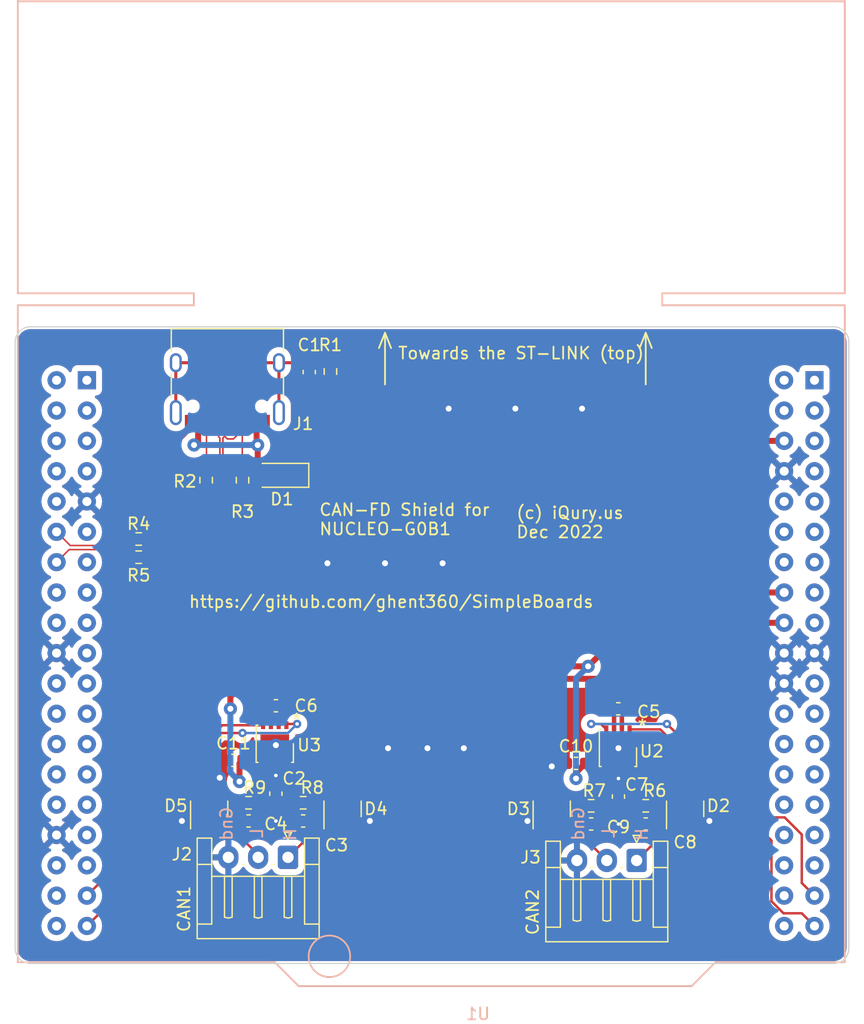
<source format=kicad_pcb>
(kicad_pcb (version 20221018) (generator pcbnew)
  (layers (0 "F.Cu" signal) (31 "B.Cu" signal) (34 "B.Paste" user) (35 "F.Paste" user) (36 "B.SilkS" user "B.Silkscreen") (37 "F.SilkS" user "F.Silkscreen") (38 "B.Mask" user) (39 "F.Mask" user) (44 "Edge.Cuts" user))
  (net 0 "")
  (net 1 "Net-(J1-SHIELD)")
  (net 2 "GND")
  (net 3 "Net-(C2-Pad1)")
  (net 4 "/CAN1_H")
  (net 5 "/CAN1_L")
  (net 6 "/5V")
  (net 7 "Net-(C7-Pad1)")
  (net 8 "/CAN2_H")
  (net 9 "/CAN2_L")
  (net 10 "/3.3V")
  (net 11 "/E5V")
  (net 12 "Net-(D1-A)")
  (net 17 "Net-(J1-CC1)")
  (net 18 "/D+")
  (net 19 "/D-")
  (net 21 "Net-(J1-CC2)")
  (net 23 "/USB_DP")
  (net 24 "/USB_DN")
  (net 35 "/SDWIO")
  (net 40 "/BTN")
  (net 42 "/RCC_I")
  (net 44 "/RCC_O")
  (net 46 "/CLK")
  (net 52 "/CAN2_RX")
  (net 54 "/CAN2_TX")
  (net 61 "/UART2_RX")
  (net 65 "/LED")
  (net 84 "/UART2_TX")
  (net 85 "/CAN1_RX")
  (net 87 "/CAN1_TX")
  (footprint "Package_TO_SOT_SMD:SOT-23" (layer "F.Cu") (at 68.326 103.886 90)
    (fp_text reference "D5" (at 0.254 -2.794 180) (layer "F.SilkS"))
    (fp_text value "MMBZ27VC")
    (pad "1" smd roundrect (at -0.9375 -0.95 90) (size 1.475 0.6) (layers "F.Cu" "F.Paste" "F.Mask") (net 2 "GND"))
    (pad "2" smd roundrect (at -0.9375 0.95 90) (size 1.475 0.6) (layers "F.Cu" "F.Paste" "F.Mask") (net 5 "/CAN1_L"))
    (pad "3" smd roundrect (at 0.9375 0 90) (size 1.475 0.6) (layers "F.Cu" "F.Paste" "F.Mask"))
  )
  (footprint "Capacitor_SMD:C_0603_1608Metric" (layer "F.Cu") (at 99.06 100.076)
    (fp_text reference "C10" (at 0 -1.43) (layer "F.SilkS"))
    (fp_text value "10nF")
    (pad "1" smd roundrect (at -0.775 0) (size 0.9 0.95) (layers "F.Cu" "F.Paste" "F.Mask") (net 2 "GND"))
    (pad "2" smd roundrect (at 0.775 0) (size 0.9 0.95) (layers "F.Cu" "F.Paste" "F.Mask") (net 10 "/3.3V"))
  )
  (footprint "Package_TO_SOT_SMD:SOT-23" (layer "F.Cu") (at 97.028 103.886 90)
    (fp_text reference "D3" (at 0 -2.794 180) (layer "F.SilkS"))
    (fp_text value "MMBZ27VC")
    (pad "1" smd roundrect (at -0.9375 -0.95 90) (size 1.475 0.6) (layers "F.Cu" "F.Paste" "F.Mask") (net 2 "GND"))
    (pad "2" smd roundrect (at -0.9375 0.95 90) (size 1.475 0.6) (layers "F.Cu" "F.Paste" "F.Mask") (net 9 "/CAN2_L"))
    (pad "3" smd roundrect (at 0.9375 0 90) (size 1.475 0.6) (layers "F.Cu" "F.Paste" "F.Mask"))
  )
  (footprint "Resistor_SMD:R_0603_1608Metric" (layer "F.Cu") (at 104.902 103.632 180)
    (fp_text reference "R6" (at -0.762 1.27) (layer "F.SilkS"))
    (fp_text value "60.4")
    (pad "1" smd roundrect (at -0.825 0 180) (size 0.8 0.95) (layers "F.Cu" "F.Paste" "F.Mask") (net 8 "/CAN2_H"))
    (pad "2" smd roundrect (at 0.825 0 180) (size 0.8 0.95) (layers "F.Cu" "F.Paste" "F.Mask") (net 7 "Net-(C7-Pad1)"))
  )
  (footprint "Capacitor_SMD:C_0603_1608Metric" (layer "F.Cu") (at 73.914 95.25)
    (fp_text reference "C6" (at 2.54 0) (layer "F.SilkS"))
    (fp_text value "100nF")
    (pad "1" smd roundrect (at -0.775 0) (size 0.9 0.95) (layers "F.Cu" "F.Paste" "F.Mask") (net 6 "/5V"))
    (pad "2" smd roundrect (at 0.775 0) (size 0.9 0.95) (layers "F.Cu" "F.Paste" "F.Mask") (net 2 "GND"))
  )
  (footprint "Connector_USB:USB_C_Receptacle_HRO_TYPE-C-31-M-12" (layer "F.Cu") (at 69.85 67.564 180)
    (fp_text reference "J1" (at -6.35 -4.064) (layer "F.SilkS"))
    (fp_text value "USB_C_Receptacle_USB2.0")
    (pad "" np_thru_hole circle (at -2.89 -2.6 180) (size 0.65 0.65) (drill 0.65) (layers *.Cu *.Mask))
    (pad "" np_thru_hole circle (at 2.89 -2.6 180) (size 0.65 0.65) (drill 0.65) (layers *.Cu *.Mask))
    (pad "A1" smd rect (at -3.25 -4.045 180) (size 0.6 1.45) (layers "F.Cu" "F.Paste" "F.Mask") (net 2 "GND"))
    (pad "A4" smd rect (at -2.45 -4.045 180) (size 0.6 1.45) (layers "F.Cu" "F.Paste" "F.Mask") (net 12 "Net-(D1-A)"))
    (pad "A5" smd rect (at -1.25 -4.045 180) (size 0.3 1.45) (layers "F.Cu" "F.Paste" "F.Mask") (net 17 "Net-(J1-CC1)"))
    (pad "A6" smd rect (at -0.25 -4.045 180) (size 0.3 1.45) (layers "F.Cu" "F.Paste" "F.Mask") (net 18 "/D+"))
    (pad "A7" smd rect (at 0.25 -4.045 180) (size 0.3 1.45) (layers "F.Cu" "F.Paste" "F.Mask") (net 19 "/D-"))
    (pad "A8" smd rect (at 1.25 -4.045 180) (size 0.3 1.45) (layers "F.Cu" "F.Paste" "F.Mask"))
    (pad "A9" smd rect (at 2.45 -4.045 180) (size 0.6 1.45) (layers "F.Cu" "F.Paste" "F.Mask") (net 12 "Net-(D1-A)"))
    (pad "A12" smd rect (at 3.25 -4.045 180) (size 0.6 1.45) (layers "F.Cu" "F.Paste" "F.Mask") (net 2 "GND"))
    (pad "B1" smd rect (at 3.25 -4.045 180) (size 0.6 1.45) (layers "F.Cu" "F.Paste" "F.Mask") (net 2 "GND"))
    (pad "B4" smd rect (at 2.45 -4.045 180) (size 0.6 1.45) (layers "F.Cu" "F.Paste" "F.Mask") (net 12 "Net-(D1-A)"))
    (pad "B5" smd rect (at 1.75 -4.045 180) (size 0.3 1.45) (layers "F.Cu" "F.Paste" "F.Mask") (net 21 "Net-(J1-CC2)"))
    (pad "B6" smd rect (at 0.75 -4.045 180) (size 0.3 1.45) (layers "F.Cu" "F.Paste" "F.Mask") (net 18 "/D+"))
    (pad "B7" smd rect (at -0.75 -4.045 180) (size 0.3 1.45) (layers "F.Cu" "F.Paste" "F.Mask") (net 19 "/D-"))
    (pad "B8" smd rect (at -1.75 -4.045 180) (size 0.3 1.45) (layers "F.Cu" "F.Paste" "F.Mask"))
    (pad "B9" smd rect (at -2.45 -4.045 180) (size 0.6 1.45) (layers "F.Cu" "F.Paste" "F.Mask") (net 12 "Net-(D1-A)"))
    (pad "B12" smd rect (at -3.25 -4.045 180) (size 0.6 1.45) (layers "F.Cu" "F.Paste" "F.Mask") (net 2 "GND"))
    (pad "S1" thru_hole oval (at -4.32 -3.13 180) (size 1 2.1) (drill oval 0.6 1.7) (layers *.Cu *.Mask) (net 1 "Net-(J1-SHIELD)"))
    (pad "S1" thru_hole oval (at -4.32 1.05 180) (size 1 1.6) (drill oval 0.6 1.2) (layers *.Cu *.Mask) (net 1 "Net-(J1-SHIELD)"))
    (pad "S1" thru_hole oval (at 4.32 -3.13 180) (size 1 2.1) (drill oval 0.6 1.7) (layers *.Cu *.Mask) (net 1 "Net-(J1-SHIELD)"))
    (pad "S1" thru_hole oval (at 4.32 1.05 180) (size 1 1.6) (drill oval 0.6 1.2) (layers *.Cu *.Mask) (net 1 "Net-(J1-SHIELD)"))
  )
  (footprint "Package_TO_SOT_SMD:SOT-23" (layer "F.Cu") (at 79.502 103.886 90)
    (fp_text reference "D4" (at 0 2.794 180) (layer "F.SilkS"))
    (fp_text value "MMBZ27VC")
    (pad "1" smd roundrect (at -0.9375 -0.95 90) (size 1.475 0.6) (layers "F.Cu" "F.Paste" "F.Mask") (net 4 "/CAN1_H"))
    (pad "2" smd roundrect (at -0.9375 0.95 90) (size 1.475 0.6) (layers "F.Cu" "F.Paste" "F.Mask") (net 2 "GND"))
    (pad "3" smd roundrect (at 0.9375 0 90) (size 1.475 0.6) (layers "F.Cu" "F.Paste" "F.Mask"))
  )
  (footprint "Package_DFN_QFN:DFN-8-1EP_3x3mm_P0.65mm_EP1.55x2.4mm" (layer "F.Cu") (at 102.575 98.78 -90)
    (fp_text reference "U2" (at 0.28 -2.835 -180) (layer "F.SilkS"))
    (fp_text value "TJA1051TK-3")
    (pad "1" smd rect (at -1.55 -0.975 270) (size 0.65 0.35) (layers "F.Cu" "F.Paste" "F.Mask") (net 54 "/CAN2_TX"))
    (pad "2" smd rect (at -1.55 -0.325 270) (size 0.65 0.35) (layers "F.Cu" "F.Paste" "F.Mask") (net 2 "GND"))
    (pad "3" smd rect (at -1.55 0.325 270) (size 0.65 0.35) (layers "F.Cu" "F.Paste" "F.Mask") (net 6 "/5V"))
    (pad "4" smd rect (at -1.55 0.975 270) (size 0.65 0.35) (layers "F.Cu" "F.Paste" "F.Mask") (net 52 "/CAN2_RX"))
    (pad "5" smd rect (at 1.55 0.975 270) (size 0.65 0.35) (layers "F.Cu" "F.Paste" "F.Mask") (net 10 "/3.3V"))
    (pad "6" smd rect (at 1.55 0.325 270) (size 0.65 0.35) (layers "F.Cu" "F.Paste" "F.Mask") (net 9 "/CAN2_L"))
    (pad "7" smd rect (at 1.55 -0.325 270) (size 0.65 0.35) (layers "F.Cu" "F.Paste" "F.Mask") (net 8 "/CAN2_H"))
    (pad "8" smd rect (at 1.55 -0.975 270) (size 0.65 0.35) (layers "F.Cu" "F.Paste" "F.Mask") (net 2 "GND"))
    (pad "9" smd rect (at 0 0 270) (size 1.55 2.4) (layers "F.Cu" "F.Mask") (net 2 "GND"))
  )
  (footprint "Resistor_SMD:R_0603_1608Metric" (layer "F.Cu") (at 62.421 81.28 180)
    (fp_text reference "R4" (at 0 1.27) (layer "F.SilkS"))
    (fp_text value "22")
    (pad "1" smd roundrect (at -0.825 0 180) (size 0.8 0.95) (layers "F.Cu" "F.Paste" "F.Mask") (net 18 "/D+"))
    (pad "2" smd roundrect (at 0.825 0 180) (size 0.8 0.95) (layers "F.Cu" "F.Paste" "F.Mask") (net 23 "/USB_DP"))
  )
  (footprint "Resistor_SMD:R_0603_1608Metric" (layer "F.Cu") (at 100.33 103.632 180)
    (fp_text reference "R7" (at -0.254 1.27) (layer "F.SilkS"))
    (fp_text value "60.4")
    (pad "1" smd roundrect (at -0.825 0 180) (size 0.8 0.95) (layers "F.Cu" "F.Paste" "F.Mask") (net 7 "Net-(C7-Pad1)"))
    (pad "2" smd roundrect (at 0.825 0 180) (size 0.8 0.95) (layers "F.Cu" "F.Paste" "F.Mask") (net 9 "/CAN2_L"))
  )
  (footprint "Capacitor_SMD:C_0603_1608Metric" (layer "F.Cu") (at 102.603 95.504)
    (fp_text reference "C5" (at 2.553 0.254) (layer "F.SilkS"))
    (fp_text value "100nF")
    (pad "1" smd roundrect (at -0.775 0) (size 0.9 0.95) (layers "F.Cu" "F.Paste" "F.Mask") (net 6 "/5V"))
    (pad "2" smd roundrect (at 0.775 0) (size 0.9 0.95) (layers "F.Cu" "F.Paste" "F.Mask") (net 2 "GND"))
  )
  (footprint "Package_TO_SOT_SMD:SOT-23" (layer "F.Cu") (at 108.204 103.886 90)
    (fp_text reference "D2" (at 0.254 2.794 180) (layer "F.SilkS"))
    (fp_text value "MMBZ27VC")
    (pad "1" smd roundrect (at -0.9375 -0.95 90) (size 1.475 0.6) (layers "F.Cu" "F.Paste" "F.Mask") (net 8 "/CAN2_H"))
    (pad "2" smd roundrect (at -0.9375 0.95 90) (size 1.475 0.6) (layers "F.Cu" "F.Paste" "F.Mask") (net 2 "GND"))
    (pad "3" smd roundrect (at 0.9375 0 90) (size 1.475 0.6) (layers "F.Cu" "F.Paste" "F.Mask"))
  )
  (footprint "Connector_JST:JST_EH_S3B-EH_1x03_P2.50mm_Horizontal" (layer "F.Cu") (at 74.93 107.95 180)
    (fp_text reference "J2" (at 8.89 0.254) (layer "F.SilkS"))
    (fp_text value "CAN1")
    (pad "1" thru_hole roundrect (at 0 0 180) (size 1.7 1.95) (drill 0.95) (layers *.Cu *.Mask) (roundrect_rratio 0.1470588235) (net 4 "/CAN1_H"))
    (pad "2" thru_hole oval (at 2.5 0 180) (size 1.7 1.95) (drill 0.95) (layers *.Cu *.Mask) (net 5 "/CAN1_L"))
    (pad "3" thru_hole oval (at 5 0 180) (size 1.7 1.95) (drill 0.95) (layers *.Cu *.Mask) (net 2 "GND"))
  )
  (footprint "Resistor_SMD:R_0603_1608Metric" (layer "F.Cu") (at 71.12 76.354 90)
    (fp_text reference "R3" (at -2.64 0 180) (layer "F.SilkS"))
    (fp_text value "5.1k")
    (pad "1" smd roundrect (at -0.825 0 90) (size 0.8 0.95) (layers "F.Cu" "F.Paste" "F.Mask") (net 2 "GND"))
    (pad "2" smd roundrect (at 0.825 0 90) (size 0.8 0.95) (layers "F.Cu" "F.Paste" "F.Mask") (net 17 "Net-(J1-CC1)"))
  )
  (footprint "Capacitor_SMD:C_0603_1608Metric" (layer "F.Cu") (at 76.2 104.902 180)
    (fp_text reference "C3" (at -2.794 -2.032) (layer "F.SilkS"))
    (fp_text value "47pF")
    (pad "1" smd roundrect (at -0.775 0 180) (size 0.9 0.95) (layers "F.Cu" "F.Paste" "F.Mask") (net 4 "/CAN1_H"))
    (pad "2" smd roundrect (at 0.775 0 180) (size 0.9 0.95) (layers "F.Cu" "F.Paste" "F.Mask") (net 2 "GND"))
  )
  (footprint "Resistor_SMD:R_0603_1608Metric" (layer "F.Cu") (at 68.072 76.354 90)
    (fp_text reference "R2" (at -0.1 -1.778 180) (layer "F.SilkS"))
    (fp_text value "5.1k")
    (pad "1" smd roundrect (at -0.825 0 90) (size 0.8 0.95) (layers "F.Cu" "F.Paste" "F.Mask") (net 2 "GND"))
    (pad "2" smd roundrect (at 0.825 0 90) (size 0.8 0.95) (layers "F.Cu" "F.Paste" "F.Mask") (net 21 "Net-(J1-CC2)"))
  )
  (footprint "Capacitor_SMD:C_0603_1608Metric" (layer "F.Cu") (at 102.616 102.857 90)
    (fp_text reference "C7" (at 1.003 1.524 180) (layer "F.SilkS"))
    (fp_text value "4700pF")
    (pad "1" smd roundrect (at -0.775 0 90) (size 0.9 0.95) (layers "F.Cu" "F.Paste" "F.Mask") (net 7 "Net-(C7-Pad1)"))
    (pad "2" smd roundrect (at 0.775 0 90) (size 0.9 0.95) (layers "F.Cu" "F.Paste" "F.Mask") (net 2 "GND"))
  )
  (footprint "Capacitor_SMD:C_0603_1608Metric" (layer "F.Cu") (at 73.914 102.616 90)
    (fp_text reference "C2" (at 1.27 1.524 180) (layer "F.SilkS"))
    (fp_text value "4700pF")
    (pad "1" smd roundrect (at -0.775 0 90) (size 0.9 0.95) (layers "F.Cu" "F.Paste" "F.Mask") (net 3 "Net-(C2-Pad1)"))
    (pad "2" smd roundrect (at 0.775 0 90) (size 0.9 0.95) (layers "F.Cu" "F.Paste" "F.Mask") (net 2 "GND"))
  )
  (footprint "Resistor_SMD:R_0603_1608Metric" (layer "F.Cu") (at 76.2 103.378 180)
    (fp_text reference "R8" (at -0.762 1.27) (layer "F.SilkS"))
    (fp_text value "60.4")
    (pad "1" smd roundrect (at -0.825 0 180) (size 0.8 0.95) (layers "F.Cu" "F.Paste" "F.Mask") (net 4 "/CAN1_H"))
    (pad "2" smd roundrect (at 0.825 0 180) (size 0.8 0.95) (layers "F.Cu" "F.Paste" "F.Mask") (net 3 "Net-(C2-Pad1)"))
  )
  (footprint "Capacitor_SMD:C_0603_1608Metric" (layer "F.Cu") (at 100.33 105.156 180)
    (fp_text reference "C9" (at -2.286 -0.254) (layer "F.SilkS"))
    (fp_text value "47pF")
    (pad "1" smd roundrect (at -0.775 0 180) (size 0.9 0.95) (layers "F.Cu" "F.Paste" "F.Mask") (net 2 "GND"))
    (pad "2" smd roundrect (at 0.775 0 180) (size 0.9 0.95) (layers "F.Cu" "F.Paste" "F.Mask") (net 9 "/CAN2_L"))
  )
  (footprint "Resistor_SMD:R_0603_1608Metric" (layer "F.Cu") (at 71.628 103.378 180)
    (fp_text reference "R9" (at -0.508 1.27) (layer "F.SilkS"))
    (fp_text value "60.4")
    (pad "1" smd roundrect (at -0.825 0 180) (size 0.8 0.95) (layers "F.Cu" "F.Paste" "F.Mask") (net 3 "Net-(C2-Pad1)"))
    (pad "2" smd roundrect (at 0.825 0 180) (size 0.8 0.95) (layers "F.Cu" "F.Paste" "F.Mask") (net 5 "/CAN1_L"))
  )
  (footprint "Resistor_SMD:R_0603_1608Metric" (layer "F.Cu") (at 62.421 82.804 180)
    (fp_text reference "R5" (at 0 -1.524) (layer "F.SilkS"))
    (fp_text value "22")
    (pad "1" smd roundrect (at -0.825 0 180) (size 0.8 0.95) (layers "F.Cu" "F.Paste" "F.Mask") (net 19 "/D-"))
    (pad "2" smd roundrect (at 0.825 0 180) (size 0.8 0.95) (layers "F.Cu" "F.Paste" "F.Mask") (net 24 "/USB_DN"))
  )
  (footprint "Connector_JST:JST_EH_S3B-EH_1x03_P2.50mm_Horizontal" (layer "F.Cu") (at 104.14 108.2115 180)
    (fp_text reference "J3" (at 8.89 0.2615) (layer "F.SilkS"))
    (fp_text value "CAN2")
    (pad "1" thru_hole roundrect (at 0 0 180) (size 1.7 1.95) (drill 0.95) (layers *.Cu *.Mask) (roundrect_rratio 0.1470588235) (net 8 "/CAN2_H"))
    (pad "2" thru_hole oval (at 2.5 0 180) (size 1.7 1.95) (drill 0.95) (layers *.Cu *.Mask) (net 9 "/CAN2_L"))
    (pad "3" thru_hole oval (at 5 0 180) (size 1.7 1.95) (drill 0.95) (layers *.Cu *.Mask) (net 2 "GND"))
  )
  (footprint "Capacitor_SMD:C_0603_1608Metric" (layer "F.Cu") (at 76.708 67.297 -90)
    (fp_text reference "C1" (at -2.273 0 -180) (layer "F.SilkS"))
    (fp_text value "100nF")
    (pad "1" smd roundrect (at -0.775 0 270) (size 0.9 0.95) (layers "F.Cu" "F.Paste" "F.Mask") (net 1 "Net-(J1-SHIELD)"))
    (pad "2" smd roundrect (at 0.775 0 270) (size 0.9 0.95) (layers "F.Cu" "F.Paste" "F.Mask") (net 2 "GND"))
  )
  (footprint "Package_DFN_QFN:DFN-8-1EP_3x3mm_P0.65mm_EP1.55x2.4mm" (layer "F.Cu") (at 73.822 98.4315 -90)
    (fp_text reference "U3" (at 0.1205 -2.886 -180) (layer "F.SilkS"))
    (fp_text value "TJA1051TK-3")
    (pad "1" smd rect (at -1.55 -0.975 270) (size 0.65 0.35) (layers "F.Cu" "F.Paste" "F.Mask") (net 87 "/CAN1_TX"))
    (pad "2" smd rect (at -1.55 -0.325 270) (size 0.65 0.35) (layers "F.Cu" "F.Paste" "F.Mask") (net 2 "GND"))
    (pad "3" smd rect (at -1.55 0.325 270) (size 0.65 0.35) (layers "F.Cu" "F.Paste" "F.Mask") (net 6 "/5V"))
    (pad "4" smd rect (at -1.55 0.975 270) (size 0.65 0.35) (layers "F.Cu" "F.Paste" "F.Mask") (net 85 "/CAN1_RX"))
    (pad "5" smd rect (at 1.55 0.975 270) (size 0.65 0.35) (layers "F.Cu" "F.Paste" "F.Mask") (net 10 "/3.3V"))
    (pad "6" smd rect (at 1.55 0.325 270) (size 0.65 0.35) (layers "F.Cu" "F.Paste" "F.Mask") (net 5 "/CAN1_L"))
    (pad "7" smd rect (at 1.55 -0.325 270) (size 0.65 0.35) (layers "F.Cu" "F.Paste" "F.Mask") (net 4 "/CAN1_H"))
    (pad "8" smd rect (at 1.55 -0.975 270) (size 0.65 0.35) (layers "F.Cu" "F.Paste" "F.Mask") (net 2 "GND"))
    (pad "9" smd rect (at 0 0 270) (size 1.55 2.4) (layers "F.Cu" "F.Mask") (net 2 "GND"))
  )
  (footprint "Diode_SMD:D_SOD-123" (layer "F.Cu") (at 74.422 75.946 180)
    (fp_text reference "D1" (at 0 -2) (layer "F.SilkS"))
    (fp_text value "B5819W")
    (pad "1" smd rect (at -1.65 0 180) (size 0.9 1.2) (layers "F.Cu" "F.Paste" "F.Mask") (net 11 "/E5V"))
    (pad "2" smd rect (at 1.65 0 180) (size 0.9 1.2) (layers "F.Cu" "F.Paste" "F.Mask") (net 12 "Net-(D1-A)"))
  )
  (footprint "Resistor_SMD:R_0603_1608Metric" (layer "F.Cu") (at 78.486 67.247 -90)
    (fp_text reference "R1" (at -2.223 0 -180) (layer "F.SilkS"))
    (fp_text value "100k")
    (pad "1" smd roundrect (at -0.825 0 270) (size 0.8 0.95) (layers "F.Cu" "F.Paste" "F.Mask") (net 1 "Net-(J1-SHIELD)"))
    (pad "2" smd roundrect (at 0.825 0 270) (size 0.8 0.95) (layers "F.Cu" "F.Paste" "F.Mask") (net 2 "GND"))
  )
  (footprint "Capacitor_SMD:C_0603_1608Metric" (layer "F.Cu") (at 70.358 99.822)
    (fp_text reference "C11" (at 0 -1.43) (layer "F.SilkS"))
    (fp_text value "10nF")
    (pad "1" smd roundrect (at -0.775 0) (size 0.9 0.95) (layers "F.Cu" "F.Paste" "F.Mask") (net 2 "GND"))
    (pad "2" smd roundrect (at 0.775 0) (size 0.9 0.95) (layers "F.Cu" "F.Paste" "F.Mask") (net 10 "/3.3V"))
  )
  (footprint "Capacitor_SMD:C_0603_1608Metric" (layer "F.Cu") (at 104.902 105.156 180)
    (fp_text reference "C8" (at -3.302 -1.524) (layer "F.SilkS"))
    (fp_text value "47pF")
    (pad "1" smd roundrect (at -0.775 0 180) (size 0.9 0.95) (layers "F.Cu" "F.Paste" "F.Mask") (net 8 "/CAN2_H"))
    (pad "2" smd roundrect (at 0.775 0 180) (size 0.9 0.95) (layers "F.Cu" "F.Paste" "F.Mask") (net 2 "GND"))
  )
  (footprint "Capacitor_SMD:C_0603_1608Metric" (layer "F.Cu") (at 71.628 104.902 180)
    (fp_text reference "C4" (at -2.286 -0.254) (layer "F.SilkS"))
    (fp_text value "47pF")
    (pad "1" smd roundrect (at -0.775 0 180) (size 0.9 0.95) (layers "F.Cu" "F.Paste" "F.Mask") (net 2 "GND"))
    (pad "2" smd roundrect (at 0.775 0 180) (size 0.9 0.95) (layers "F.Cu" "F.Paste" "F.Mask") (net 5 "/CAN1_L"))
  )
  (footprint "Nucleo-64:Nucleo-64" (layer "B.Cu") (at 119.04 113.7 180)
    (fp_text reference "U1" (at 28.194 -7.366) (layer "B.SilkS") (effects (justify mirror)))
    (fp_text value "Nucleo-64-G0B1")
    (pad "1" thru_hole rect (at 0 45.72 180) (size 1.524 1.524) (drill 0.762) (layers *.Cu *.Mask))
    (pad "2" thru_hole circle (at 2.54 45.72 180) (size 1.524 1.524) (drill 0.762) (layers *.Cu *.Mask))
    (pad "3" thru_hole circle (at 0 43.18 180) (size 1.524 1.524) (drill 0.762) (layers *.Cu *.Mask))
    (pad "4" thru_hole circle (at 2.54 43.18 180) (size 1.524 1.524) (drill 0.762) (layers *.Cu *.Mask))
    (pad "5" thru_hole circle (at 0 40.64 180) (size 1.524 1.524) (drill 0.762) (layers *.Cu *.Mask))
    (pad "6" thru_hole circle (at 2.54 40.64 180) (size 1.524 1.524) (drill 0.762) (layers *.Cu *.Mask) (net 11 "/E5V"))
    (pad "7" thru_hole circle (at 0 38.1 180) (size 1.524 1.524) (drill 0.762) (layers *.Cu *.Mask))
    (pad "8" thru_hole circle (at 2.54 38.1 180) (size 1.524 1.524) (drill 0.762) (layers *.Cu *.Mask) (net 2 "GND"))
    (pad "9" thru_hole circle (at 0 35.56 180) (size 1.524 1.524) (drill 0.762) (layers *.Cu *.Mask))
    (pad "10" thru_hole circle (at 2.54 35.56 180) (size 1.524 1.524) (drill 0.762) (layers *.Cu *.Mask))
    (pad "11" thru_hole circle (at 0 33.02 180) (size 1.524 1.524) (drill 0.762) (layers *.Cu *.Mask))
    (pad "12" thru_hole circle (at 2.54 33.02 180) (size 1.524 1.524) (drill 0.762) (layers *.Cu *.Mask))
    (pad "13" thru_hole circle (at 0 30.48 180) (size 1.524 1.524) (drill 0.762) (layers *.Cu *.Mask) (net 35 "/SDWIO"))
    (pad "14" thru_hole circle (at 2.54 30.48 180) (size 1.524 1.524) (drill 0.762) (layers *.Cu *.Mask))
    (pad "15" thru_hole circle (at 0 27.94 180) (size 1.524 1.524) (drill 0.762) (layers *.Cu *.Mask))
    (pad "16" thru_hole circle (at 2.54 27.94 180) (size 1.524 1.524) (drill 0.762) (layers *.Cu *.Mask) (net 10 "/3.3V"))
    (pad "17" thru_hole circle (at 0 25.4 180) (size 1.524 1.524) (drill 0.762) (layers *.Cu *.Mask))
    (pad "18" thru_hole circle (at 2.54 25.4 180) (size 1.524 1.524) (drill 0.762) (layers *.Cu *.Mask) (net 6 "/5V"))
    (pad "19" thru_hole circle (at 0 22.86 180) (size 1.524 1.524) (drill 0.762) (layers *.Cu *.Mask) (net 2 "GND"))
    (pad "20" thru_hole circle (at 2.54 22.86 180) (size 1.524 1.524) (drill 0.762) (layers *.Cu *.Mask) (net 2 "GND"))
    (pad "21" thru_hole circle (at 0 20.32 180) (size 1.524 1.524) (drill 0.762) (layers *.Cu *.Mask))
    (pad "22" thru_hole circle (at 2.54 20.32 180) (size 1.524 1.524) (drill 0.762) (layers *.Cu *.Mask) (net 2 "GND"))
    (pad "23" thru_hole circle (at 0 17.78 180) (size 1.524 1.524) (drill 0.762) (layers *.Cu *.Mask) (net 40 "/BTN"))
    (pad "24" thru_hole circle (at 2.54 17.78 180) (size 1.524 1.524) (drill 0.762) (layers *.Cu *.Mask))
    (pad "25" thru_hole circle (at 0 15.24 180) (size 1.524 1.524) (drill 0.762) (layers *.Cu *.Mask) (net 42 "/RCC_I"))
    (pad "26" thru_hole circle (at 2.54 15.24 180) (size 1.524 1.524) (drill 0.762) (layers *.Cu *.Mask))
    (pad "27" thru_hole circle (at 0 12.7 180) (size 1.524 1.524) (drill 0.762) (layers *.Cu *.Mask) (net 44 "/RCC_O"))
    (pad "28" thru_hole circle (at 2.54 12.7 180) (size 1.524 1.524) (drill 0.762) (layers *.Cu *.Mask))
    (pad "29" thru_hole circle (at 0 10.16 180) (size 1.524 1.524) (drill 0.762) (layers *.Cu *.Mask) (net 46 "/CLK"))
    (pad "30" thru_hole circle (at 2.54 10.16 180) (size 1.524 1.524) (drill 0.762) (layers *.Cu *.Mask))
    (pad "31" thru_hole circle (at 0 7.62 180) (size 1.524 1.524) (drill 0.762) (layers *.Cu *.Mask))
    (pad "32" thru_hole circle (at 2.54 7.62 180) (size 1.524 1.524) (drill 0.762) (layers *.Cu *.Mask))
    (pad "33" thru_hole circle (at 0 5.08 180) (size 1.524 1.524) (drill 0.762) (layers *.Cu *.Mask))
    (pad "34" thru_hole circle (at 2.54 5.08 180) (size 1.524 1.524) (drill 0.762) (layers *.Cu *.Mask))
    (pad "35" thru_hole circle (at 0 2.54 180) (size 1.524 1.524) (drill 0.762) (layers *.Cu *.Mask) (net 52 "/CAN2_RX"))
    (pad "36" thru_hole circle (at 2.54 2.54 180) (size 1.524 1.524) (drill 0.762) (layers *.Cu *.Mask))
    (pad "37" thru_hole circle (at 0 0 180) (size 1.524 1.524) (drill 0.762) (layers *.Cu *.Mask) (net 54 "/CAN2_TX"))
    (pad "38" thru_hole circle (at 2.54 0 180) (size 1.524 1.524) (drill 0.762) (layers *.Cu *.Mask))
    (pad "39" thru_hole rect (at 60.96 45.72 180) (size 1.524 1.524) (drill 0.762) (layers *.Cu *.Mask))
    (pad "40" thru_hole circle (at 63.5 45.72 180) (size 1.524 1.524) (drill 0.762) (layers *.Cu *.Mask))
    (pad "41" thru_hole circle (at 60.96 43.18 180) (size 1.524 1.524) (drill 0.762) (layers *.Cu *.Mask))
    (pad "42" thru_hole circle (at 63.5 43.18 180) (size 1.524 1.524) (drill 0.762) (layers *.Cu *.Mask))
    (pad "43" thru_hole circle (at 60.96 40.64 180) (size 1.524 1.524) (drill 0.762) (layers *.Cu *.Mask))
    (pad "44" thru_hole circle (at 63.5 40.64 180) (size 1.524 1.524) (drill 0.762) (layers *.Cu *.Mask) (net 61 "/UART2_RX"))
    (pad "45" thru_hole circle (at 60.96 38.1 180) (size 1.524 1.524) (drill 0.762) (layers *.Cu *.Mask))
    (pad "46" thru_hole circle (at 63.5 38.1 180) (size 1.524 1.524) (drill 0.762) (layers *.Cu *.Mask))
    (pad "47" thru_hole circle (at 60.96 35.56 180) (size 1.524 1.524) (drill 0.762) (layers *.Cu *.Mask) (net 2 "GND"))
    (pad "48" thru_hole circle (at 63.5 35.56 180) (size 1.524 1.524) (drill 0.762) (layers *.Cu *.Mask))
    (pad "49" thru_hole circle (at 60.96 33.02 180) (size 1.524 1.524) (drill 0.762) (layers *.Cu *.Mask) (net 65 "/LED"))
    (pad "50" thru_hole circle (at 63.5 33.02 180) (size 1.524 1.524) (drill 0.762) (layers *.Cu *.Mask) (net 23 "/USB_DP"))
    (pad "51" thru_hole circle (at 60.96 30.48 180) (size 1.524 1.524) (drill 0.762) (layers *.Cu *.Mask))
    (pad "52" thru_hole circle (at 63.5 30.48 180) (size 1.524 1.524) (drill 0.762) (layers *.Cu *.Mask) (net 24 "/USB_DN"))
    (pad "53" thru_hole circle (at 60.96 27.94 180) (size 1.524 1.524) (drill 0.762) (layers *.Cu *.Mask))
    (pad "54" thru_hole circle (at 63.5 27.94 180) (size 1.524 1.524) (drill 0.762) (layers *.Cu *.Mask))
    (pad "55" thru_hole circle (at 60.96 25.4 180) (size 1.524 1.524) (drill 0.762) (layers *.Cu *.Mask))
    (pad "56" thru_hole circle (at 63.5 25.4 180) (size 1.524 1.524) (drill 0.762) (layers *.Cu *.Mask))
    (pad "57" thru_hole circle (at 60.96 22.86 180) (size 1.524 1.524) (drill 0.762) (layers *.Cu *.Mask))
    (pad "58" thru_hole circle (at 63.5 22.86 180) (size 1.524 1.524) (drill 0.762) (layers *.Cu *.Mask) (net 2 "GND"))
    (pad "59" thru_hole circle (at 60.96 20.32 180) (size 1.524 1.524) (drill 0.762) (layers *.Cu *.Mask))
    (pad "60" thru_hole circle (at 63.5 20.32 180) (size 1.524 1.524) (drill 0.762) (layers *.Cu *.Mask))
    (pad "61" thru_hole circle (at 60.96 17.78 180) (size 1.524 1.524) (drill 0.762) (layers *.Cu *.Mask))
    (pad "62" thru_hole circle (at 63.5 17.78 180) (size 1.524 1.524) (drill 0.762) (layers *.Cu *.Mask))
    (pad "63" thru_hole circle (at 60.96 15.24 180) (size 1.524 1.524) (drill 0.762) (layers *.Cu *.Mask))
    (pad "64" thru_hole circle (at 63.5 15.24 180) (size 1.524 1.524) (drill 0.762) (layers *.Cu *.Mask))
    (pad "65" thru_hole circle (at 60.96 12.7 180) (size 1.524 1.524) (drill 0.762) (layers *.Cu *.Mask))
    (pad "66" thru_hole circle (at 63.5 12.7 180) (size 1.524 1.524) (drill 0.762) (layers *.Cu *.Mask))
    (pad "67" thru_hole circle (at 60.96 10.16 180) (size 1.524 1.524) (drill 0.762) (layers *.Cu *.Mask))
    (pad "68" thru_hole circle (at 63.5 10.16 180) (size 1.524 1.524) (drill 0.762) (layers *.Cu *.Mask))
    (pad "69" thru_hole circle (at 60.96 7.62 180) (size 1.524 1.524) (drill 0.762) (layers *.Cu *.Mask))
    (pad "70" thru_hole circle (at 63.5 7.62 180) (size 1.524 1.524) (drill 0.762) (layers *.Cu *.Mask) (net 2 "GND"))
    (pad "71" thru_hole circle (at 60.96 5.08 180) (size 1.524 1.524) (drill 0.762) (layers *.Cu *.Mask))
    (pad "72" thru_hole circle (at 63.5 5.08 180) (size 1.524 1.524) (drill 0.762) (layers *.Cu *.Mask) (net 84 "/UART2_TX"))
    (pad "73" thru_hole circle (at 60.96 2.54 180) (size 1.524 1.524) (drill 0.762) (layers *.Cu *.Mask) (net 85 "/CAN1_RX"))
    (pad "74" thru_hole circle (at 63.5 2.54 180) (size 1.524 1.524) (drill 0.762) (layers *.Cu *.Mask))
    (pad "75" thru_hole circle (at 60.96 0 180) (size 1.524 1.524) (drill 0.762) (layers *.Cu *.Mask) (net 87 "/CAN1_TX"))
    (pad "76" thru_hole circle (at 63.5 0 180) (size 1.524 1.524) (drill 0.762) (layers *.Cu *.Mask))
  )
  (gr_line (start 83.058 64.008) (end 82.55 65.278) (stroke (width 0.15)) (layer "F.SilkS"))
  (gr_line (start 83.058 64.008) (end 83.058 68.326) (stroke (width 0.15)) (layer "F.SilkS"))
  (gr_line (start 104.902 64.008) (end 104.394 65.278) (stroke (width 0.15)) (layer "F.SilkS"))
  (gr_line (start 104.902 64.008) (end 105.41 65.278) (stroke (width 0.15)) (layer "F.SilkS"))
  (gr_line (start 104.902 64.008) (end 104.902 68.326) (stroke (width 0.15)) (layer "F.SilkS"))
  (gr_line (start 83.058 64.008) (end 83.566 65.278) (stroke (width 0.15)) (layer "F.SilkS"))
  (gr_arc (start 53.34 116.84) (mid 52.441974 116.468026) (end 52.07 115.57) (stroke (width 0.1)) (layer "Edge.Cuts"))
  (gr_arc (start 121.92 115.57) (mid 121.548026 116.468026) (end 120.65 116.84) (stroke (width 0.1)) (layer "Edge.Cuts"))
  (gr_arc (start 52.07 64.77) (mid 52.441974 63.871974) (end 53.34 63.5) (stroke (width 0.1)) (layer "Edge.Cuts"))
  (gr_line (start 52.07 115.57) (end 52.07 64.77) (stroke (width 0.1)) (layer "Edge.Cuts"))
  (gr_line (start 120.65 116.84) (end 53.34 116.84) (stroke (width 0.1)) (layer "Edge.Cuts"))
  (gr_line (start 121.92 64.77) (end 121.92 115.57) (stroke (width 0.1)) (layer "Edge.Cuts"))
  (gr_arc (start 120.65 63.5) (mid 121.548026 63.871974) (end 121.92 64.77) (stroke (width 0.1)) (layer "Edge.Cuts"))
  (gr_line (start 53.34 63.5) (end 120.65 63.5) (stroke (width 0.1)) (layer "Edge.Cuts"))
  (gr_text "H" (at 75.692 105.41 90) (layer "B.SilkS") (effects (font (size 1 1)) (justify left bottom mirror)))
  (gr_text "Gnd" (at 99.822 103.632 90) (layer "B.SilkS") (effects (font (size 1 1)) (justify left bottom mirror)))
  (gr_text "H" (at 105.156 105.41 90) (layer "B.SilkS") (effects (font (size 1 1)) (justify left bottom mirror)))
  (gr_text "Gnd" (at 70.358 103.632 90) (layer "B.SilkS") (effects (font (size 1 1)) (justify left bottom mirror)))
  (gr_text "L" (at 72.898 105.41 90) (layer "B.SilkS") (effects (font (size 1 1)) (justify left bottom mirror)))
  (gr_text "L" (at 102.362 105.41 90) (layer "B.SilkS") (effects (font (size 1 1)) (justify left bottom mirror)))
  (gr_text "(c) iQury.us\nDec 2022" (at 93.98 81.28) (layer "F.SilkS") (effects (font (size 1 1)) (justify left bottom)))
  (gr_text "Towards the ST-LINK (top)" (at 84.074 66.294) (layer "F.SilkS") (effects (font (size 1 1)) (justify left bottom)))
  (gr_text "*" (at 75.184 97.028) (layer "F.SilkS") (effects (font (size 1 1)) (justify left bottom)))
  (gr_text "CAN-FD Shield for\nNUCLEO-G0B1" (at 77.47 81.026) (layer "F.SilkS") (effects (font (size 1 1)) (justify left bottom)))
  (gr_text "CAN1" (at 66.802 114.3 90) (layer "F.SilkS") (effects (font (size 1 1)) (justify left bottom)))
  (gr_text "https://github.com/ghent360/SimpleBoards" (at 66.548 87.122) (layer "F.SilkS") (effects (font (size 1 1)) (justify left bottom)))
  (gr_text "CAN2" (at 96.012 114.554 90) (layer "F.SilkS") (effects (font (size 1 1)) (justify left bottom)))
  (gr_text "*" (at 104.14 97.536) (layer "F.SilkS") (effects (font (size 1 1)) (justify left bottom)))
  (segment (start 76.7 66.514) (end 76.708 66.522) (width 0.254) (layer "F.Cu") (net 1))
  (segment (start 65.53 66.514) (end 74.17 66.514) (width 0.254) (layer "F.Cu") (net 1))
  (segment (start 65.53 70.694) (end 65.53 66.514) (width 0.254) (layer "F.Cu") (net 1))
  (segment (start 76.708 66.522) (end 78.386 66.522) (width 0.254) (layer "F.Cu") (net 1))
  (segment (start 78.386 66.522) (end 78.486 66.422) (width 0.254) (layer "F.Cu") (net 1))
  (segment (start 74.17 70.694) (end 74.17 66.514) (width 0.254) (layer "F.Cu") (net 1))
  (segment (start 74.17 66.514) (end 76.7 66.514) (width 0.254) (layer "F.Cu") (net 1))
  (segment (start 66.6 71.609) (end 66.6 72.084) (width 0.5) (layer "F.Cu") (net 2))
  (segment (start 73.914 101.841) (end 73.914 101.092) (width 0.2032) (layer "F.Cu") (net 2))
  (segment (start 73.1 71.609) (end 73.1 72.084) (width 0.5) (layer "F.Cu") (net 2))
  (segment (start 66.6 72.084) (end 65.532 73.152) (width 0.5) (layer "F.Cu") (net 2))
  (segment (start 102.616 102.082) (end 102.616 101.346) (width 0.2032) (layer "F.Cu") (net 2))
  (segment (start 102.9 95.982) (end 103.378 95.504) (width 0.381) (layer "F.Cu") (net 2))
  (segment (start 75.425 104.902) (end 73.914 104.902) (width 0.2032) (layer "F.Cu") (net 2))
  (segment (start 102.9 97.23) (end 102.9 95.982) (width 0.381) (layer "F.Cu") (net 2))
  (segment (start 74.147 95.792) (end 74.689 95.25) (width 0.381) (layer "F.Cu") (net 2))
  (segment (start 104.127 105.156) (end 102.616 105.156) (width 0.2032) (layer "F.Cu") (net 2))
  (segment (start 74.147 96.8815) (end 74.147 95.792) (width 0.381) (layer "F.Cu") (net 2))
  (segment (start 73.1 72.084) (end 73.914 72.898) (width 0.5) (layer "F.Cu") (net 2))
  (via (at 81.788 104.902) (size 1.1) (drill 0.5) (layers "F.Cu" "B.Cu") (net 2))
  (via (at 73.914 101.092) (size 0.7) (drill 0.3) (layers "F.Cu" "B.Cu") (net 2))
  (via (at 88.392 70.358) (size 1.1) (drill 0.5) (layers "F.Cu" "B.Cu") (net 2))
  (via (at 78.232 83.312) (size 1.1) (drill 0.5) (layers "F.Cu" "B.Cu") (net 2))
  (via (at 87.884 83.312) (size 1.1) (drill 0.5) (layers "F.Cu" "B.Cu") (net 2))
  (via (at 99.568 70.358) (size 1.1) (drill 0.5) (layers "F.Cu" "B.Cu") (net 2))
  (via (at 94.996 104.902) (size 1.1) (drill 0.5) (layers "F.Cu" "B.Cu") (net 2))
  (via (at 102.616 101.346) (size 0.7) (drill 0.3) (layers "F.Cu" "B.Cu") (net 2))
  (via (at 89.662 98.806) (size 1.1) (drill 0.5) (layers "F.Cu" "B.Cu") (net 2))
  (via (at 97.028 100.33) (size 1.1) (drill 0.5) (layers "F.Cu" "B.Cu") (net 2))
  (via (at 83.312 98.806) (size 1.1) (drill 0.5) (layers "F.Cu" "B.Cu") (net 2))
  (via (at 73.914 104.902) (size 0.7) (drill 0.3) (layers "F.Cu" "B.Cu") (net 2))
  (via (at 110.236 104.902) (size 1.1) (drill 0.5) (layers "F.Cu" "B.Cu") (net 2))
  (via (at 69.21002 101.28499) (size 1.1) (drill 0.5) (layers "F.Cu" "B.Cu") (net 2))
  (via (at 83.058 83.312) (size 1.1) (drill 0.5) (layers "F.Cu" "B.Cu") (net 2))
  (via (at 66.04 104.902) (size 1.1) (drill 0.5) (layers "F.Cu" "B.Cu") (net 2))
  (via (at 93.98 70.358) (size 1.1) (drill 0.5) (layers "F.Cu" "B.Cu") (net 2))
  (via (at 86.614 98.806) (size 1.1) (drill 0.5) (layers "F.Cu" "B.Cu") (net 2))
  (via (at 102.616 105.156) (size 0.7) (drill 0.3) (layers "F.Cu" "B.Cu") (net 2))
  (via (at 73.914 98.552) (size 1.1) (drill 0.5) (layers "F.Cu" "B.Cu") (net 2))
  (via (at 102.616 98.806) (size 1.1) (drill 0.5) (layers "F.Cu" "B.Cu") (net 2))
  (segment (start 72.453 103.378) (end 75.375 103.378) (width 0.2032) (layer "F.Cu") (net 3))
  (segment (start 74.147 100.404205) (end 77.025 103.282205) (width 0.2032) (layer "F.Cu") (net 4))
  (segment (start 74.93 107.95) (end 77.025 105.855) (width 0.2032) (layer "F.Cu") (net 4))
  (segment (start 76.975 104.902) (end 78.4735 104.902) (width 0.2032) (layer "F.Cu") (net 4))
  (segment (start 74.147 99.9815) (end 74.147 100.404205) (width 0.2032) (layer "F.Cu") (net 4))
  (segment (start 77.025 103.282205) (end 77.025 103.378) (width 0.2032) (layer "F.Cu") (net 4))
  (segment (start 77.025 105.855) (end 77.025 103.378) (width 0.2032) (layer "F.Cu") (net 4))
  (segment (start 78.4735 104.902) (end 78.552 104.8235) (width 0.2032) (layer "F.Cu") (net 4))
  (segment (start 72.43 107.736) (end 70.803 106.109) (width 0.2032) (layer "F.Cu") (net 5))
  (segment (start 70.803 103.282205) (end 73.497 100.588205) (width 0.2032) (layer "F.Cu") (net 5))
  (segment (start 73.497 100.588205) (end 73.497 99.9815) (width 0.2032) (layer "F.Cu") (net 5))
  (segment (start 72.43 107.95) (end 72.43 107.736) (width 0.2032) (layer "F.Cu") (net 5))
  (segment (start 70.803 103.378) (end 70.803 103.282205) (width 0.2032) (layer "F.Cu") (net 5))
  (segment (start 70.853 104.902) (end 69.3545 104.902) (width 0.2032) (layer "F.Cu") (net 5))
  (segment (start 69.3545 104.902) (end 69.276 104.8235) (width 0.2032) (layer "F.Cu") (net 5))
  (segment (start 70.803 106.109) (end 70.803 103.378) (width 0.2032) (layer "F.Cu") (net 5))
  (segment (start 73.139 93.231) (end 73.139 95.25) (width 0.5) (layer "F.Cu") (net 6))
  (segment (start 73.497 95.608) (end 73.139 95.25) (width 0.381) (layer "F.Cu") (net 6))
  (segment (start 116.5 88.3) (end 106.518 88.3) (width 0.5) (layer "F.Cu") (net 6))
  (segment (start 106.518 88.3) (end 101.828 92.99) (width 0.5) (layer "F.Cu") (net 6))
  (segment (start 102.25 95.926) (end 101.828 95.504) (width 0.381) (layer "F.Cu") (net 6))
  (segment (start 73.38 92.99) (end 73.139 93.231) (width 0.5) (layer "F.Cu") (net 6))
  (segment (start 101.828 92.99) (end 101.828 95.504) (width 0.5) (layer "F.Cu") (net 6))
  (segment (start 101.828 92.99) (end 73.38 92.99) (width 0.5) (layer "F.Cu") (net 6))
  (segment (start 102.25 97.23) (end 102.25 95.926) (width 0.381) (layer "F.Cu") (net 6))
  (segment (start 73.497 96.8815) (end 73.497 95.608) (width 0.381) (layer "F.Cu") (net 6))
  (segment (start 104.077 103.632) (end 101.155 103.632) (width 0.2032) (layer "F.Cu") (net 7))
  (segment (start 105.727 103.536205) (end 102.9 100.709205) (width 0.2032) (layer "F.Cu") (net 8))
  (segment (start 105.727 106.6245) (end 105.727 103.632) (width 0.2032) (layer "F.Cu") (net 8))
  (segment (start 104.14 108.2115) (end 105.727 106.6245) (width 0.2032) (layer "F.Cu") (net 8))
  (segment (start 105.727 103.632) (end 105.727 103.536205) (width 0.2032) (layer "F.Cu") (net 8))
  (segment (start 102.9 100.709205) (end 102.9 100.33) (width 0.2032) (layer "F.Cu") (net 8))
  (segment (start 106.9215 105.156) (end 107.254 104.8235) (width 0.2032) (layer "F.Cu") (net 8))
  (segment (start 105.677 105.156) (end 106.9215 105.156) (width 0.2032) (layer "F.Cu") (net 8))
  (segment (start 99.505 103.536205) (end 102.25 100.791205) (width 0.2032) (layer "F.Cu") (net 9))
  (segment (start 99.505 106.0765) (end 99.505 103.632) (width 0.2032) (layer "F.Cu") (net 9))
  (segment (start 102.25 100.791205) (end 102.25 100.33) (width 0.2032) (layer "F.Cu") (net 9))
  (segment (start 99.555 105.156) (end 98.3105 105.156) (width 0.2032) (layer "F.Cu") (net 9))
  (segment (start 101.64 108.2115) (end 99.505 106.0765) (width 0.2032) (layer "F.Cu") (net 9))
  (segment (start 99.505 103.632) (end 99.505 103.536205) (width 0.2032) (layer "F.Cu") (net 9))
  (segment (start 98.3105 105.156) (end 97.978 104.8235) (width 0.2032) (layer "F.Cu") (net 9))
  (segment (start 72.847 99.9815) (end 72.136 99.9815) (width 0.381) (layer "F.Cu") (net 10))
  (segment (start 70.866 101.6) (end 70.866 100.089) (width 0.5) (layer "F.Cu") (net 10))
  (segment (start 70.104 94.488) (end 70.104 95.504) (width 0.5) (layer "F.Cu") (net 10))
  (segment (start 100.076 91.948) (end 72.644 91.948) (width 0.5) (layer "F.Cu") (net 10))
  (segment (start 100.838 100.33) (end 100.089 100.33) (width 0.381) (layer "F.Cu") (net 10))
  (segment (start 71.2925 99.9815) (end 71.133 99.822) (width 0.381) (layer "F.Cu") (net 10))
  (segment (start 70.866 100.089) (end 71.133 99.822) (width 0.5) (layer "F.Cu") (net 10))
  (segment (start 106.264 85.76) (end 100.076 91.948) (width 0.5) (layer "F.Cu") (net 10))
  (segment (start 100.089 100.33) (end 99.835 100.076) (width 0.381) (layer "F.Cu") (net 10))
  (segment (start 99.06 101.346) (end 99.06 100.851) (width 0.5) (layer "F.Cu") (net 10))
  (segment (start 72.644 91.948) (end 70.104 94.488) (width 0.5) (layer "F.Cu") (net 10))
  (segment (start 116.5 85.76) (end 106.264 85.76) (width 0.5) (layer "F.Cu") (net 10))
  (segment (start 72.136 99.9815) (end 71.2925 99.9815) (width 0.381) (layer "F.Cu") (net 10))
  (segment (start 101.6 100.33) (end 100.838 100.33) (width 0.381) (layer "F.Cu") (net 10))
  (segment (start 99.06 100.851) (end 99.835 100.076) (width 0.5) (layer "F.Cu") (net 10))
  (via (at 70.866 101.6) (size 1.1) (drill 0.5) (layers "F.Cu" "B.Cu") (net 10))
  (via (at 100.076 91.948) (size 1.1) (drill 0.5) (layers "F.Cu" "B.Cu") (net 10))
  (via (at 99.06 101.346) (size 1.1) (drill 0.5) (layers "F.Cu" "B.Cu") (net 10))
  (via (at 70.104 95.504) (size 1.1) (drill 0.5) (layers "F.Cu" "B.Cu") (net 10))
  (segment (start 70.104 95.504) (end 70.104 100.838) (width 0.5) (layer "B.Cu") (net 10))
  (segment (start 100.076 91.948) (end 99.06 92.964) (width 0.5) (layer "B.Cu") (net 10))
  (segment (start 70.104 100.838) (end 70.866 101.6) (width 0.5) (layer "B.Cu") (net 10))
  (segment (start 99.06 92.964) (end 99.06 101.346) (width 0.5) (layer "B.Cu") (net 10))
  (segment (start 111.506 75.946) (end 114.392 73.06) (width 0.5) (layer "F.Cu") (net 11))
  (segment (start 114.392 73.06) (end 116.5 73.06) (width 0.5) (layer "F.Cu") (net 11))
  (segment (start 76.072 75.946) (end 111.506 75.946) (width 0.5) (layer "F.Cu") (net 11))
  (segment (start 72.3 71.609) (end 72.3 73.316) (width 0.5) (layer "F.Cu") (net 12))
  (segment (start 72.3 73.316) (end 72.39 73.406) (width 0.5) (layer "F.Cu") (net 12))
  (segment (start 67.4 73.062) (end 67.056 73.406) (width 0.5) (layer "F.Cu") (net 12))
  (segment (start 67.4 71.609) (end 67.4 73.062) (width 0.5) (layer "F.Cu") (net 12))
  (segment (start 72.39 73.406) (end 72.39 75.564) (width 0.5) (layer "F.Cu") (net 12))
  (segment (start 72.39 75.564) (end 72.772 75.946) (width 0.5) (layer "F.Cu") (net 12))
  (via (at 67.056 73.406) (size 1.1) (drill 0.5) (layers "F.Cu" "B.Cu") (net 12))
  (via (at 72.39 73.406) (size 1.1) (drill 0.5) (layers "F.Cu" "B.Cu") (net 12))
  (segment (start 67.056 73.406) (end 72.39 73.406) (width 0.5) (layer "B.Cu") (net 12))
  (segment (start 71.1 71.609) (end 71.1 75.509) (width 0.127) (layer "F.Cu") (net 17))
  (segment (start 71.1 75.509) (end 71.12 75.529) (width 0.127) (layer "F.Cu") (net 17))
  (segment (start 69.342 70.358) (end 69.1 70.6) (width 0.127) (layer "F.Cu") (net 18))
  (segment (start 63.881 81.915) (end 67.511394 81.915) (width 0.127) (layer "F.Cu") (net 18))
  (segment (start 69.223 72.819501) (end 69.1 72.696501) (width 0.127) (layer "F.Cu") (net 18))
  (segment (start 70.1 70.608) (end 69.85 70.358) (width 0.127) (layer "F.Cu") (net 18))
  (segment (start 69.223 80.203394) (end 69.223 72.819501) (width 0.127) (layer "F.Cu") (net 18))
  (segment (start 69.1 72.696501) (end 69.1 71.609) (width 0.127) (layer "F.Cu") (net 18))
  (segment (start 69.1 70.6) (end 69.1 71.609) (width 0.127) (layer "F.Cu") (net 18))
  (segment (start 67.511394 81.915) (end 69.223 80.203394) (width 0.127) (layer "F.Cu") (net 18))
  (segment (start 70.1 71.609) (end 70.1 70.608) (width 0.127) (layer "F.Cu") (net 18))
  (segment (start 69.85 70.358) (end 69.342 70.358) (width 0.127) (layer "F.Cu") (net 18))
  (segment (start 63.246 81.28) (end 63.881 81.915) (width 0.127) (layer "F.Cu") (net 18))
  (segment (start 63.881 82.169) (end 67.616606 82.169) (width 0.127) (layer "F.Cu") (net 19))
  (segment (start 69.477 72.819501) (end 69.6 72.696501) (width 0.127) (layer "F.Cu") (net 19))
  (segment (start 69.6 71.609) (end 69.6 72.648) (width 0.127) (layer "F.Cu") (net 19))
  (segment (start 70.358 72.898) (end 70.6 72.656) (width 0.127) (layer "F.Cu") (net 19))
  (segment (start 67.616606 82.169) (end 69.477 80.308606) (width 0.127) (layer "F.Cu") (net 19))
  (segment (start 70.6 72.656) (end 70.6 71.609) (width 0.127) (layer "F.Cu") (net 19))
  (segment (start 69.477 80.308606) (end 69.477 72.819501) (width 0.127) (layer "F.Cu") (net 19))
  (segment (start 69.6 72.696501) (end 69.6 71.609) (width 0.127) (layer "F.Cu") (net 19))
  (segment (start 63.246 82.804) (end 63.881 82.169) (width 0.127) (layer "F.Cu") (net 19))
  (segment (start 69.85 72.898) (end 70.358 72.898) (width 0.127) (layer "F.Cu") (net 19))
  (segment (start 69.6 72.648) (end 69.85 72.898) (width 0.127) (layer "F.Cu") (net 19))
  (segment (start 68.1 71.609) (end 68.1 75.501) (width 0.127) (layer "F.Cu") (net 21))
  (segment (start 68.1 75.501) (end 68.072 75.529) (width 0.127) (layer "F.Cu") (net 21))
  (segment (start 55.54 80.68) (end 56.683 81.823) (width 0.127) (layer "F.Cu") (net 23))
  (segment (start 61.596 81.28) (end 61.0525 81.8235) (width 0.127) (layer "F.Cu") (net 23))
  (segment (start 61.0525 81.8235) (end 60.0355 81.8235) (width 0.127) (layer "F.Cu") (net 23))
  (segment (start 56.683 81.823) (end 60.198 81.823) (width 0.127) (layer "F.Cu") (net 23))
  (segment (start 55.54 83.22) (end 56.591499 82.168501) (width 0.127) (layer "F.Cu") (net 24))
  (segment (start 56.591499 82.168501) (end 60.106499 82.168501) (width 0.127) (layer "F.Cu") (net 24))
  (segment (start 60.961 82.169) (end 59.944 82.169) (width 0.127) (layer "F.Cu") (net 24))
  (segment (start 61.596 82.804) (end 60.961 82.169) (width 0.127) (layer "F.Cu") (net 24))
  (segment (start 117.9764 110.0964) (end 117.9764 106.0384) (width 0.2032) (layer "F.Cu") (net 52))
  (segment (start 100.33 96.774) (end 101.144 96.774) (width 0.2032) (layer "F.Cu") (net 52))
  (segment (start 117.9764 106.0384) (end 116.5416 104.6036) (width 0.2032) (layer "F.Cu") (net 52))
  (segment (start 119.04 111.16) (end 117.9764 110.0964) (width 0.2032) (layer "F.Cu") (net 52))
  (segment (start 116.5416 104.6036) (end 114.5096 104.6036) (width 0.2032) (layer "F.Cu") (net 52))
  (segment (start 101.144 96.774) (end 101.6 97.23) (width 0.2032) (layer "F.Cu") (net 52))
  (segment (start 114.5096 104.6036) (end 106.68 96.774) (width 0.2032) (layer "F.Cu") (net 52))
  (via (at 106.68 96.774) (size 0.7) (drill 0.3) (layers "F.Cu" "B.Cu") (net 52))
  (via (at 100.33 96.774) (size 0.7) (drill 0.3) (layers "F.Cu" "B.Cu") (net 52))
  (segment (start 106.68 96.774) (end 100.33 96.774) (width 0.2032) (layer "B.Cu") (net 52))
  (segment (start 103.55 97.23) (end 106.12 97.23) (width 0.2032) (layer "F.Cu") (net 54))
  (segment (start 106.12 97.23) (end 115.4364 106.5464) (width 0.2032) (layer "F.Cu") (net 54))
  (segment (start 115.4364 106.5464) (end 115.4364 111.6264) (width 0.2032) (layer "F.Cu") (net 54))
  (segment (start 116.4464 112.6364) (end 117.9764 112.6364) (width 0.2032) (layer "F.Cu") (net 54))
  (segment (start 115.4364 111.6264) (end 116.4464 112.6364) (width 0.2032) (layer "F.Cu") (net 54))
  (segment (start 117.9764 112.6364) (end 119.04 113.7) (width 0.2032) (layer "F.Cu") (net 54))
  (segment (start 58.08 111.16) (end 60.167247 109.072753) (width 0.2032) (layer "F.Cu") (net 85))
  (segment (start 60.167247 109.072753) (end 60.167247 106.141247) (width 0.2032) (layer "F.Cu") (net 85))
  (segment (start 72.847 96.8815) (end 69.426995 96.8815) (width 0.2032) (layer "F.Cu") (net 85))
  (segment (start 69.426995 96.8815) (end 60.167247 106.141247) (width 0.2032) (layer "F.Cu") (net 85))
  (segment (start 75.692 96.774) (end 74.9045 96.774) (width 0.2032) (layer "F.Cu") (net 87))
  (segment (start 69.342 97.536) (end 71.12 97.536) (width 0.2032) (layer "F.Cu") (net 87))
  (segment (start 60.569948 106.308052) (end 69.342 97.536) (width 0.2032) (layer "F.Cu") (net 87))
  (segment (start 74.9045 96.774) (end 74.797 96.8815) (width 0.2032) (layer "F.Cu") (net 87))
  (segment (start 60.569948 111.210052) (end 60.569948 106.308052) (width 0.2032) (layer "F.Cu") (net 87))
  (segment (start 58.08 113.7) (end 60.569948 111.210052) (width 0.2032) (layer "F.Cu") (net 87))
  (via (at 75.692 96.774) (size 0.7) (drill 0.3) (layers "F.Cu" "B.Cu") (net 87))
  (via (at 71.12 97.536) (size 0.7) (drill 0.3) (layers "F.Cu" "B.Cu") (net 87))
  (segment (start 74.93 97.536) (end 75.692 96.774) (width 0.2032) (layer "B.Cu") (net 87))
  (segment (start 71.12 97.536) (end 74.93 97.536) (width 0.2032) (layer "B.Cu") (net 87))
  (zone (net 2) (net_name "GND") (layers F&B.Cu) (connect_pads (clearance 0.508)) (min_thickness 0.254) (fill yes (thermal_gap 0.508) (thermal_bridge_width 0.508) (island_removal_mode 2) (island_area_min 10))
    (polygon (pts (xy 50.8 62.23) (xy 123.19 62.23) (xy 123.19 118.11) (xy 50.8 118.11)))
  )
)
</source>
